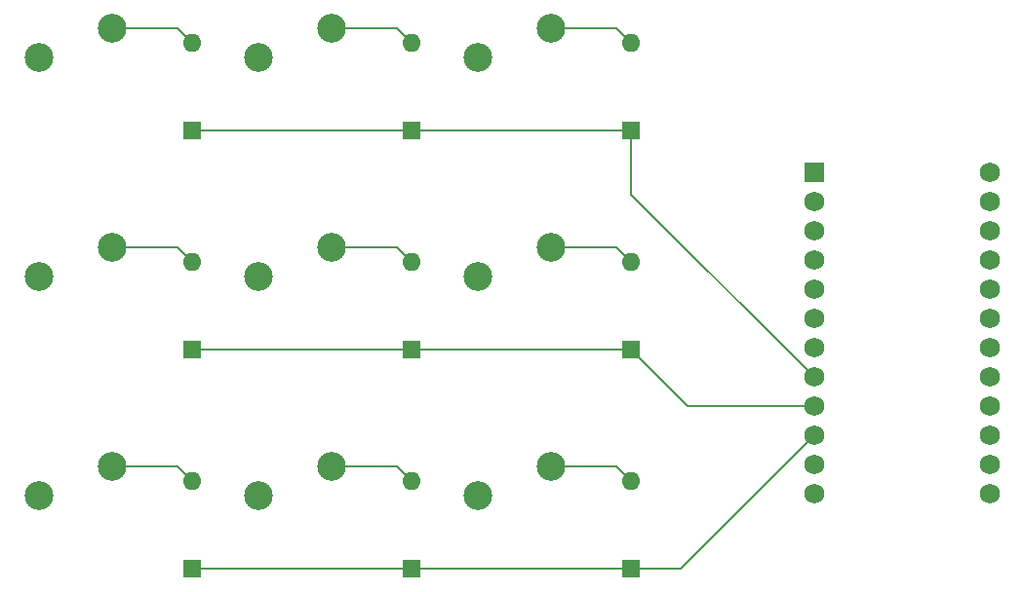
<source format=gbr>
%TF.GenerationSoftware,KiCad,Pcbnew,9.0.2*%
%TF.CreationDate,2025-06-28T14:34:15-07:00*%
%TF.ProjectId,untitled,756e7469-746c-4656-942e-6b696361645f,rev?*%
%TF.SameCoordinates,Original*%
%TF.FileFunction,Copper,L1,Top*%
%TF.FilePolarity,Positive*%
%FSLAX46Y46*%
G04 Gerber Fmt 4.6, Leading zero omitted, Abs format (unit mm)*
G04 Created by KiCad (PCBNEW 9.0.2) date 2025-06-28 14:34:15*
%MOMM*%
%LPD*%
G01*
G04 APERTURE LIST*
%TA.AperFunction,ComponentPad*%
%ADD10C,2.500000*%
%TD*%
%TA.AperFunction,ComponentPad*%
%ADD11R,1.752600X1.752600*%
%TD*%
%TA.AperFunction,ComponentPad*%
%ADD12C,1.752600*%
%TD*%
%TA.AperFunction,ComponentPad*%
%ADD13R,1.600000X1.600000*%
%TD*%
%TA.AperFunction,ComponentPad*%
%ADD14O,1.600000X1.600000*%
%TD*%
%TA.AperFunction,Conductor*%
%ADD15C,0.200000*%
%TD*%
G04 APERTURE END LIST*
D10*
%TO.P,S4,1,1*%
%TO.N,Column 0*%
X96520000Y-92710000D03*
%TO.P,S4,2,2*%
%TO.N,Net-(D4-A)*%
X102870000Y-90170000D03*
%TD*%
%TO.P,S6,1,1*%
%TO.N,Column 2*%
X134620000Y-92710000D03*
%TO.P,S6,2,2*%
%TO.N,Net-(D6-A)*%
X140970000Y-90170000D03*
%TD*%
%TO.P,S9,1,1*%
%TO.N,Column 2*%
X134620000Y-111760000D03*
%TO.P,S9,2,2*%
%TO.N,Net-(D9-A)*%
X140970000Y-109220000D03*
%TD*%
%TO.P,S5,1,1*%
%TO.N,Column 1*%
X115570000Y-92710000D03*
%TO.P,S5,2,2*%
%TO.N,Net-(D5-A)*%
X121920000Y-90170000D03*
%TD*%
%TO.P,S2,1,1*%
%TO.N,Column 1*%
X115570000Y-73660000D03*
%TO.P,S2,2,2*%
%TO.N,Net-(D2-A)*%
X121920000Y-71120000D03*
%TD*%
D11*
%TO.P,U1,1,TX0/PD3*%
%TO.N,unconnected-(U1-TX0{slash}PD3-Pad1)*%
X163830000Y-83661250D03*
D12*
%TO.P,U1,2,RX1/PD2*%
%TO.N,unconnected-(U1-RX1{slash}PD2-Pad2)*%
X163830000Y-86201250D03*
%TO.P,U1,3,GND*%
%TO.N,unconnected-(U1-GND-Pad3)*%
X163830000Y-88741250D03*
%TO.P,U1,4,GND*%
%TO.N,unconnected-(U1-GND-Pad4)*%
X163830000Y-91281250D03*
%TO.P,U1,5,2/PD1*%
%TO.N,Column 0*%
X163830000Y-93821250D03*
%TO.P,U1,6,3/PD0*%
%TO.N,Column 1*%
X163830000Y-96361250D03*
%TO.P,U1,7,4/PD4*%
%TO.N,Column 2*%
X163830000Y-98901250D03*
%TO.P,U1,8,5/PC6*%
%TO.N,Row 0*%
X163830000Y-101441250D03*
%TO.P,U1,9,6/PD7*%
%TO.N,Row 1*%
X163830000Y-103981250D03*
%TO.P,U1,10,7/PE6*%
%TO.N,Row 2*%
X163830000Y-106521250D03*
%TO.P,U1,11,8/PB4*%
%TO.N,unconnected-(U1-8{slash}PB4-Pad11)*%
X163830000Y-109061250D03*
%TO.P,U1,12,9/PB5*%
%TO.N,unconnected-(U1-9{slash}PB5-Pad12)*%
X163830000Y-111601250D03*
%TO.P,U1,13,10/PB6*%
%TO.N,unconnected-(U1-10{slash}PB6-Pad13)*%
X179070000Y-111601250D03*
%TO.P,U1,14,16/PB2*%
%TO.N,unconnected-(U1-16{slash}PB2-Pad14)*%
X179070000Y-109061250D03*
%TO.P,U1,15,14/PB3*%
%TO.N,unconnected-(U1-14{slash}PB3-Pad15)*%
X179070000Y-106521250D03*
%TO.P,U1,16,15/PB1*%
%TO.N,unconnected-(U1-15{slash}PB1-Pad16)*%
X179070000Y-103981250D03*
%TO.P,U1,17,A0/PF7*%
%TO.N,unconnected-(U1-A0{slash}PF7-Pad17)*%
X179070000Y-101441250D03*
%TO.P,U1,18,A1/PF6*%
%TO.N,unconnected-(U1-A1{slash}PF6-Pad18)*%
X179070000Y-98901250D03*
%TO.P,U1,19,A2/PF5*%
%TO.N,unconnected-(U1-A2{slash}PF5-Pad19)*%
X179070000Y-96361250D03*
%TO.P,U1,20,A3/PF4*%
%TO.N,unconnected-(U1-A3{slash}PF4-Pad20)*%
X179070000Y-93821250D03*
%TO.P,U1,21,VCC*%
%TO.N,unconnected-(U1-VCC-Pad21)*%
X179070000Y-91281250D03*
%TO.P,U1,22,RST*%
%TO.N,unconnected-(U1-RST-Pad22)*%
X179070000Y-88741250D03*
%TO.P,U1,23,GND*%
%TO.N,unconnected-(U1-GND-Pad23)*%
X179070000Y-86201250D03*
%TO.P,U1,24,RAW*%
%TO.N,unconnected-(U1-RAW-Pad24)*%
X179070000Y-83661250D03*
%TD*%
D10*
%TO.P,S8,1,1*%
%TO.N,Column 1*%
X115570000Y-111760000D03*
%TO.P,S8,2,2*%
%TO.N,Net-(D8-A)*%
X121920000Y-109220000D03*
%TD*%
%TO.P,S7,1,1*%
%TO.N,Column 0*%
X96520000Y-111760000D03*
%TO.P,S7,2,2*%
%TO.N,Net-(D7-A)*%
X102870000Y-109220000D03*
%TD*%
%TO.P,S3,1,1*%
%TO.N,Column 2*%
X134620000Y-73660000D03*
%TO.P,S3,2,2*%
%TO.N,Net-(D3-A)*%
X140970000Y-71120000D03*
%TD*%
%TO.P,S1,1,1*%
%TO.N,Column 0*%
X96520000Y-73660000D03*
%TO.P,S1,2,2*%
%TO.N,Net-(D1-A)*%
X102870000Y-71120000D03*
%TD*%
D13*
%TO.P,D7,1,K*%
%TO.N,Row 2*%
X109855000Y-118110000D03*
D14*
%TO.P,D7,2,A*%
%TO.N,Net-(D7-A)*%
X109855000Y-110490000D03*
%TD*%
D13*
%TO.P,D3,1,K*%
%TO.N,Row 0*%
X147955000Y-80010000D03*
D14*
%TO.P,D3,2,A*%
%TO.N,Net-(D3-A)*%
X147955000Y-72390000D03*
%TD*%
D13*
%TO.P,D2,1,K*%
%TO.N,Row 0*%
X128905000Y-80010000D03*
D14*
%TO.P,D2,2,A*%
%TO.N,Net-(D2-A)*%
X128905000Y-72390000D03*
%TD*%
D13*
%TO.P,D5,1,K*%
%TO.N,Row 1*%
X128905000Y-99060000D03*
D14*
%TO.P,D5,2,A*%
%TO.N,Net-(D5-A)*%
X128905000Y-91440000D03*
%TD*%
D13*
%TO.P,D8,1,K*%
%TO.N,Row 2*%
X128905000Y-118110000D03*
D14*
%TO.P,D8,2,A*%
%TO.N,Net-(D8-A)*%
X128905000Y-110490000D03*
%TD*%
D13*
%TO.P,D4,1,K*%
%TO.N,Row 1*%
X109855000Y-99060000D03*
D14*
%TO.P,D4,2,A*%
%TO.N,Net-(D4-A)*%
X109855000Y-91440000D03*
%TD*%
D13*
%TO.P,D1,1,K*%
%TO.N,Row 0*%
X109855000Y-80010000D03*
D14*
%TO.P,D1,2,A*%
%TO.N,Net-(D1-A)*%
X109855000Y-72390000D03*
%TD*%
D13*
%TO.P,D6,1,K*%
%TO.N,Row 1*%
X147955000Y-99060000D03*
D14*
%TO.P,D6,2,A*%
%TO.N,Net-(D6-A)*%
X147955000Y-91440000D03*
%TD*%
D13*
%TO.P,D9,1,K*%
%TO.N,Row 2*%
X147955000Y-118110000D03*
D14*
%TO.P,D9,2,A*%
%TO.N,Net-(D9-A)*%
X147955000Y-110490000D03*
%TD*%
D15*
%TO.N,Net-(D1-A)*%
X102870000Y-71120000D02*
X108585000Y-71120000D01*
X108585000Y-71120000D02*
X109855000Y-72390000D01*
%TO.N,Net-(D2-A)*%
X121920000Y-71120000D02*
X127635000Y-71120000D01*
X127635000Y-71120000D02*
X128905000Y-72390000D01*
%TO.N,Net-(D3-A)*%
X146685000Y-71120000D02*
X147955000Y-72390000D01*
X140970000Y-71120000D02*
X146685000Y-71120000D01*
%TO.N,Net-(D4-A)*%
X108585000Y-90170000D02*
X109855000Y-91440000D01*
X102870000Y-90170000D02*
X108585000Y-90170000D01*
%TO.N,Net-(D5-A)*%
X127635000Y-90170000D02*
X128905000Y-91440000D01*
X121920000Y-90170000D02*
X127635000Y-90170000D01*
%TO.N,Net-(D6-A)*%
X146685000Y-90170000D02*
X147955000Y-91440000D01*
X140970000Y-90170000D02*
X146685000Y-90170000D01*
%TO.N,Net-(D7-A)*%
X102870000Y-109220000D02*
X108585000Y-109220000D01*
X108585000Y-109220000D02*
X109855000Y-110490000D01*
%TO.N,Net-(D8-A)*%
X121920000Y-109220000D02*
X127635000Y-109220000D01*
X127635000Y-109220000D02*
X128905000Y-110490000D01*
%TO.N,Net-(D9-A)*%
X140970000Y-109220000D02*
X146685000Y-109220000D01*
X146685000Y-109220000D02*
X147955000Y-110490000D01*
%TO.N,Row 1*%
X152876250Y-103981250D02*
X147955000Y-99060000D01*
X152876250Y-103981250D02*
X163830000Y-103981250D01*
X109855000Y-99060000D02*
X147955000Y-99060000D01*
%TO.N,Row 2*%
X109855000Y-118110000D02*
X147955000Y-118110000D01*
X163830000Y-106521250D02*
X152241250Y-118110000D01*
X152241250Y-118110000D02*
X147955000Y-118110000D01*
%TO.N,Row 0*%
X163830000Y-101441250D02*
X147955000Y-85566250D01*
X147955000Y-85566250D02*
X147955000Y-80010000D01*
X109855000Y-80010000D02*
X147955000Y-80010000D01*
%TD*%
M02*

</source>
